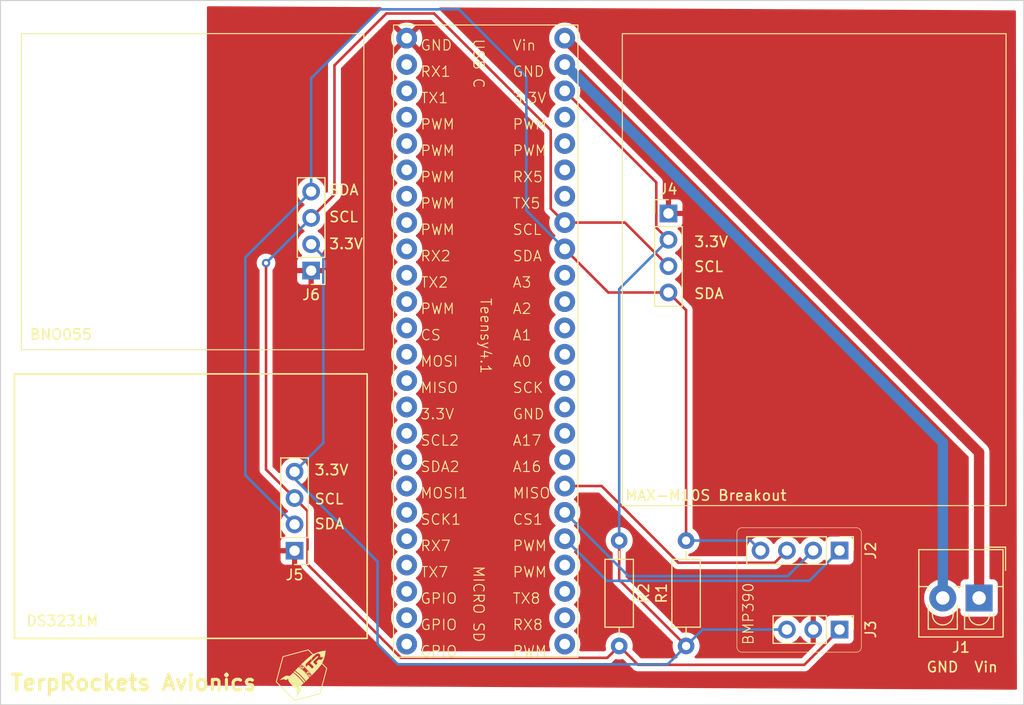
<source format=kicad_pcb>
(kicad_pcb (version 20221018) (generator pcbnew)
  (layers (0 "F.Cu" signal) (31 "B.Cu" signal) (34 "B.Paste" user) (35 "F.Paste" user) (36 "B.SilkS" user "B.Silkscreen") (37 "F.SilkS" user "F.Silkscreen") (38 "B.Mask" user) (39 "F.Mask" user) (44 "Edge.Cuts" user))
  (net 0 "")
  (net 1 "Net-(J1-Pin_1)")
  (net 2 "Net-(J1-Pin_2)")
  (net 3 "/BMP_INT")
  (net 4 "/BMP_CS")
  (net 5 "/BMP_I2C_ADDR")
  (net 6 "/SDA")
  (net 7 "/SCL")
  (net 8 "GND")
  (net 9 "/3.3V")
  (footprint "Connector_PinHeader_2.54mm:PinHeader_1x04_P2.54mm_Vertical" (layer "F.Cu") (at 116.95 113 180)
    (fp_text reference "J5" (at 0 -2.33) (layer "F.SilkS"))
    (fp_text value "Conn_01x04_Pin" hide)
    (pad "1" thru_hole rect (at 0 0 180) (size 1.7 1.7) (drill 1) (layers "*.Cu" "*.Mask") (net 8 "GND"))
    (pad "2" thru_hole oval (at 0 2.54 180) (size 1.7 1.7) (drill 1) (layers "*.Cu" "*.Mask") (net 6 "/SDA"))
    (pad "3" thru_hole oval (at 0 5.08 180) (size 1.7 1.7) (drill 1) (layers "*.Cu" "*.Mask") (net 7 "/SCL"))
    (pad "4" thru_hole oval (at 0 7.62 180) (size 1.7 1.7) (drill 1) (layers "*.Cu" "*.Mask") (net 9 "/3.3V"))
  )
  (footprint "Resistor_THT:R_Axial_DIN0207_L6.3mm_D2.5mm_P10.16mm_Horizontal" (layer "F.Cu") (at 148.25 112.02 -90)
    (fp_text reference "R2" (at 5.08 -2.37 90) (layer "F.SilkS"))
    (fp_text value "4.7kΩ")
    (pad "1" thru_hole circle (at 0 0 270) (size 1.6 1.6) (drill 0.8) (layers "*.Cu" "*.Mask") (net 9 "/3.3V"))
    (pad "2" thru_hole oval (at 10.16 0 270) (size 1.6 1.6) (drill 0.8) (layers "*.Cu" "*.Mask") (net 7 "/SCL"))
  )
  (footprint "Connector_PinHeader_2.54mm:PinHeader_1x04_P2.54mm_Vertical" (layer "F.Cu") (at 169.5 112.98 -90)
    (fp_text reference "J2" (at 0 -3 90) (layer "F.SilkS"))
    (fp_text value "Conn_01x04_Pin" hide)
    (pad "1" thru_hole rect (at 0 0 270) (size 1.7 1.7) (drill 1) (layers "*.Cu" "*.Mask") (net 3 "/BMP_INT"))
    (pad "2" thru_hole oval (at 0 2.54 270) (size 1.7 1.7) (drill 1) (layers "*.Cu" "*.Mask") (net 4 "/BMP_CS"))
    (pad "3" thru_hole oval (at 0 5.08 270) (size 1.7 1.7) (drill 1) (layers "*.Cu" "*.Mask") (net 5 "/BMP_I2C_ADDR"))
    (pad "4" thru_hole oval (at 0 7.62 270) (size 1.7 1.7) (drill 1) (layers "*.Cu" "*.Mask") (net 6 "/SDA"))
  )
  (footprint "Connector_PinHeader_2.54mm:PinHeader_1x04_P2.54mm_Vertical" (layer "F.Cu") (at 118.55 85.99 180)
    (fp_text reference "J6" (at 0 -2.33) (layer "F.SilkS"))
    (fp_text value "Conn_01x04_Pin" hide)
    (pad "1" thru_hole rect (at 0 0 180) (size 1.7 1.7) (drill 1) (layers "*.Cu" "*.Mask") (net 8 "GND"))
    (pad "2" thru_hole oval (at 0 2.54 180) (size 1.7 1.7) (drill 1) (layers "*.Cu" "*.Mask") (net 9 "/3.3V"))
    (pad "3" thru_hole oval (at 0 5.08 180) (size 1.7 1.7) (drill 1) (layers "*.Cu" "*.Mask") (net 7 "/SCL"))
    (pad "4" thru_hole oval (at 0 7.62 180) (size 1.7 1.7) (drill 1) (layers "*.Cu" "*.Mask") (net 6 "/SDA"))
  )
  (footprint "Connector_PinHeader_2.54mm:PinHeader_1x03_P2.54mm_Vertical" (layer "F.Cu") (at 169.5 120.6 -90)
    (fp_text reference "J3" (at -0.02 -3 90) (layer "F.SilkS"))
    (fp_text value "Conn_01x03_Pin" hide)
    (pad "1" thru_hole rect (at 0 0 270) (size 1.7 1.7) (drill 1) (layers "*.Cu" "*.Mask") (net 7 "/SCL"))
    (pad "2" thru_hole oval (at 0 2.54 270) (size 1.7 1.7) (drill 1) (layers "*.Cu" "*.Mask") (net 8 "GND"))
    (pad "3" thru_hole oval (at 0 5.08 270) (size 1.7 1.7) (drill 1) (layers "*.Cu" "*.Mask") (net 9 "/3.3V"))
  )
  (footprint "Connector_PinHeader_2.54mm:PinHeader_1x04_P2.54mm_Vertical" (layer "F.Cu") (at 153 80.48)
    (fp_text reference "J4" (at 0 -2.33) (layer "F.SilkS"))
    (fp_text value "Conn_01x04_Pin" hide)
    (pad "1" thru_hole rect (at 0 0) (size 1.7 1.7) (drill 1) (layers "*.Cu" "*.Mask") (net 8 "GND"))
    (pad "2" thru_hole oval (at 0 2.54) (size 1.7 1.7) (drill 1) (layers "*.Cu" "*.Mask") (net 9 "/3.3V"))
    (pad "3" thru_hole oval (at 0 5.08) (size 1.7 1.7) (drill 1) (layers "*.Cu" "*.Mask") (net 7 "/SCL"))
    (pad "4" thru_hole oval (at 0 7.62) (size 1.7 1.7) (drill 1) (layers "*.Cu" "*.Mask") (net 6 "/SDA"))
  )
  (footprint "Breakout Boards:Teensy_4.1" (layer "F.Cu") (at 135.38 92.79)
    (fp_text reference "Teensy4.1" (at 0 -0.5 -90 unlocked) (layer "F.SilkS") (effects (font (thickness 0.1))))
    (fp_text value "~")
    (fp_text user "3.3V" (at 2.54 -22.86 unlocked) (layer "F.SilkS") (effects (font (thickness 0.1)) (justify left bottom)))
    (fp_text user "MICRO SD" (at -1.27 21.59 -90 unlocked) (layer "F.SilkS") (effects (font (thickness 0.1)) (justify left bottom)))
    (fp_text user "GPIO" (at -6.35 30.48 unlocked) (layer "F.SilkS") (effects (font (thickness 0.1)) (justify left bottom)))
    (fp_text user "RX8" (at 2.54 27.94 unlocked) (layer "F.SilkS") (effects (font (thickness 0.1)) (justify left bottom)))
    (fp_text user "PWM" (at -6.35 -15.24 unlocked) (layer "F.SilkS") (effects (font (thickness 0.1)) (justify left bottom)))
    (fp_text user "GPIO" (at -6.35 25.4 unlocked) (layer "F.SilkS") (effects (font (thickness 0.1)) (justify left bottom)))
    (fp_text user "SCL2" (at -6.35 10.16 unlocked) (layer "F.SilkS") (effects (font (thickness 0.1)) (justify left bottom)))
    (fp_text user "SCL" (at 2.54 -10.16 unlocked) (layer "F.SilkS") (effects (font (thickness 0.1)) (justify left bottom)))
    (fp_text user "RX5" (at 2.54 -15.24 unlocked) (layer "F.SilkS") (effects (font (thickness 0.1)) (justify left bottom)))
    (fp_text user "TX7" (at -6.35 22.86 unlocked) (layer "F.SilkS") (effects (font (thickness 0.1)) (justify left bottom)))
    (fp_text user "SDA" (at 2.54 -7.62 unlocked) (layer "F.SilkS") (effects (font (thickness 0.1)) (justify left bottom)))
    (fp_text user "TX8" (at 2.54 25.4 unlocked) (layer "F.SilkS") (effects (font (thickness 0.1)) (justify left bottom)))
    (fp_text user "TX1" (at -6.35 -22.86 unlocked) (layer "F.SilkS") (effects (font (thickness 0.1)) (justify left bottom)))
    (fp_text user "PWM" (at -6.35 -20.32 unlocked) (layer "F.SilkS") (effects (font (thickness 0.1)) (justify left bottom)))
    (fp_text user "GND" (at 2.54 -25.4 unlocked) (layer "F.SilkS") (effects (font (thickness 0.1)) (justify left bottom)))
    (fp_text user "USB C" (at -1.27 -29.21 -90 unlocked) (layer "F.SilkS") (effects (font (thickness 0.1)) (justify left bottom)))
    (fp_text user "TX2" (at -6.35 -5.08 unlocked) (layer "F.SilkS") (effects (font (thickness 0.1)) (justify left bottom)))
    (fp_text user "SCK" (at 2.54 5.08 unlocked) (layer "F.SilkS") (effects (font (thickness 0.1)) (justify left bottom)))
    (fp_text user "MOSI" (at -6.35 2.54 unlocked) (layer "F.SilkS") (effects (font (thickness 0.1)) (justify left bottom)))
    (fp_text user "GND" (at -6.35 -27.94 unlocked) (layer "F.SilkS") (effects (font (thickness 0.1)) (justify left bottom)))
    (fp_text user "MISO" (at 2.54 15.24 unlocked) (layer "F.SilkS") (effects (font (thickness 0.1)) (justify left bottom)))
    (fp_text user "PWM" (at 2.54 22.86 unlocked) (layer "F.SilkS") (effects (font (thickness 0.1)) (justify left bottom)))
    (fp_text user "GPIO" (at -6.35 27.94 unlocked) (layer "F.SilkS") (effects (font (thickness 0.1)) (justify left bottom)))
    (fp_text user "CS" (at -6.35 0 unlocked) (layer "F.SilkS") (effects (font (thickness 0.1)) (justify left bottom)))
    (fp_text user "TX5" (at 2.54 -12.7 unlocked) (layer "F.SilkS") (effects (font (thickness 0.1)) (justify left bottom)))
    (fp_text user "A2" (at 2.54 -2.54 unlocked) (layer "F.SilkS") (effects (font (thickness 0.1)) (justify left bottom)))
    (fp_text user "PWM" (at 2.54 -20.32 unlocked) (layer "F.SilkS") (effects (font (thickness 0.1)) (justify left bottom)))
    (fp_text user "A16" (at 2.54 12.7 unlocked) (layer "F.SilkS") (effects (font (thickness 0.1)) (justify left bottom)))
    (fp_text user "3.3V" (at -6.35 7.62 unlocked) (layer "F.SilkS") (effects (font (thickness 0.1)) (justify left bottom)))
    (fp_text user "PWM" (at 2.54 -17.78 unlocked) (layer "F.SilkS") (effects (font (thickness 0.1)) (justify left bottom)))
    (fp_text user "A17" (at 2.54 10.16 unlocked) (layer "F.SilkS") (effects (font (thickness 0.1)) (justify left bottom)))
    (fp_text user "RX1" (at -6.35 -25.4 unlocked) (layer "F.SilkS") (effects (font (thickness 0.1)) (justify left bottom)))
    (fp_text user "PWM" (at -6.35 -17.78 unlocked) (layer "F.SilkS") (effects (font (thickness 0.1)) (justify left bottom)))
    (fp_text user "RX7" (at -6.35 20.32 unlocked) (layer "F.SilkS") (effects (font (thickness 0.1)) (justify left bottom)))
    (fp_text user "CS1" (at 2.54 17.78 unlocked) (layer "F.SilkS") (effects (font (thickness 0.1)) (justify left bottom)))
    (fp_text user "SDA2" (at -6.35 12.7 unlocked) (layer "F.SilkS") (effects (font (thickness 0.1)) (justify left bottom)))
    (fp_text user "A0" (at 2.54 2.54 unlocked) (layer "F.SilkS") (effects (font (thickness 0.1)) (justify left bottom)))
    (fp_text user "PWM" (at 2.54 20.32 unlocked) (layer "F.SilkS") (effects (font (thickness 0.1)) (justify left bottom)))
    (fp_text user "MOSI1" (at -6.35 15.24 unlocked) (layer "F.SilkS") (effects (font (thickness 0.1)) (justify left bottom)))
    (fp_text user "PWM" (at 2.54 30.48 unlocked) (layer "F.SilkS") (effects (font (thickness 0.1)) (justify left bottom)))
    (fp_text user "PWM" (at -6.35 -2.54 unlocked) (layer "F.SilkS") (effects (font (thickness 0.1)) (justify left bottom)))
    (fp_text user "RX2" (at -6.35 -7.62 unlocked) (layer "F.SilkS") (effects (font (thickness 0.1)) (justify left bottom)))
    (fp_text user "A3" (at 2.54 -5.08 unlocked) (layer "F.SilkS") (effects (font (thickness 0.1)) (justify left bottom)))
    (fp_text user "PWM" (at -6.35 -12.7 unlocked) (layer "F.SilkS") (effects (font (thickness 0.1)) (justify left bottom)))
    (fp_text user "A1" (at 2.54 0 unlocked) (layer "F.SilkS") (effects (font (thickness 0.1)) (justify left bottom)))
    (fp_text user "SCK1" (at -6.35 17.78 unlocked) (layer "F.SilkS") (effects (font (thickness 0.1)) (justify left bottom)))
    (fp_text user "MISO" (at -6.35 5.08 unlocked) (layer "F.SilkS") (effects (font (thickness 0.1)) (justify left bottom)))
    (fp_text user "Vin" (at 2.54 -27.94 unlocked) (layer "F.SilkS") (effects (font (thickness 0.1)) (justify left bottom)))
    (fp_text user "PWM" (at -6.35 -10.16 unlocked) (layer "F.SilkS") (effects (font (thickness 0.1)) (justify left bottom)))
    (fp_text user "GND" (at 2.54 7.62 unlocked) (layer "F.SilkS") (effects (font (thickness 0.1)) (justify left bottom)))
    (pad "0" thru_hole circle (at -7.62 -29.21) (size 2 2) (drill 1.02) (layers "*.Cu" "*.Mask") (net 8 "GND"))
    (pad "1" thru_hole circle (at -7.62 -26.67) (size 2 2) (drill 1.02) (layers "*.Cu" "*.Mask"))
    (pad "2" thru_hole circle (at -7.62 -24.13) (size 2 2) (drill 1.02) (layers "*.Cu" "*.Mask"))
    (pad "3" thru_hole circle (at -7.62 -21.59) (size 2 2) (drill 1.02) (layers "*.Cu" "*.Mask"))
    (pad "4" thru_hole circle (at -7.62 -19.05) (size 2 2) (drill 1.02) (layers "*.Cu" "*.Mask"))
    (pad "5" thru_hole circle (at -7.62 -16.51) (size 2 2) (drill 1.02) (layers "*.Cu" "*.Mask"))
    (pad "6" thru_hole circle (at -7.62 -13.97) (size 2 2) (drill 1.02) (layers "*.Cu" "*.Mask"))
    (pad "7" thru_hole circle (at -7.62 -11.43) (size 2 2) (drill 1.02) (layers "*.Cu" "*.Mask"))
    (pad "8" thru_hole circle (at -7.62 -8.89) (size 2 2) (drill 1.02) (layers "*.Cu" "*.Mask"))
    (pad "9" thru_hole circle (at -7.62 -6.35) (size 2 2) (drill 1.02) (layers "*.Cu" "*.Mask"))
    (pad "10" thru_hole circle (at -7.62 -3.81) (size 2 2) (drill 1.02) (layers "*.Cu" "*.Mask"))
    (pad "11" thru_hole circle (at -7.62 -1.27) (size 2 2) (drill 1.02) (layers "*.Cu" "*.Mask"))
    (pad "12" thru_hole circle (at -7.62 1.27) (size 2 2) (drill 1.02) (layers "*.Cu" "*.Mask"))
    (pad "13" thru_hole circle (at -7.62 3.81) (size 2 2) (drill 1.02) (layers "*.Cu" "*.Mask"))
    (pad "14" thru_hole circle (at -7.62 6.35) (size 2 2) (drill 1.02) (layers "*.Cu" "*.Mask"))
    (pad "15" thru_hole circle (at -7.62 8.89) (size 2 2) (drill 1.02) (layers "*.Cu" "*.Mask"))
    (pad "16" thru_hole circle (at -7.62 11.43) (size 2 2) (drill 1.02) (layers "*.Cu" "*.Mask"))
    (pad "17" thru_hole circle (at -7.62 13.97) (size 2 2) (drill 1.02) (layers "*.Cu" "*.Mask"))
    (pad "18" thru_hole circle (at -7.62 16.51) (size 2 2) (drill 1.02) (layers "*.Cu" "*.Mask"))
    (pad "19" thru_hole circle (at -7.62 19.05) (size 2 2) (drill 1.02) (layers "*.Cu" "*.Mask"))
    (pad "20" thru_hole circle (at -7.62 21.59) (size 2 2) (drill 1.02) (layers "*.Cu" "*.Mask"))
    (pad "21" thru_hole circle (at -7.62 24.13) (size 2 2) (drill 1.02) (layers "*.Cu" "*.Mask"))
    (pad "22" thru_hole circle (at -7.62 26.67) (size 2 2) (drill 1.02) (layers "*.Cu" "*.Mask"))
    (pad "23" thru_hole circle (at -7.62 29.21) (size 2 2) (drill 1.02) (layers "*.Cu" "*.Mask"))
    (pad "24" thru_hole circle (at 7.62 29.21) (size 2 2) (drill 1.02) (layers "*.Cu" "*.Mask"))
    (pad "25" thru_hole circle (at 7.62 26.67) (size 2 2) (drill 1.02) (layers "*.Cu" "*.Mask"))
    (pad "26" thru_hole circle (at 7.62 24.13) (size 2 2) (drill 1.02) (layers "*.Cu" "*.Mask"))
    (pad "27" thru_hole circle (at 7.62 21.59) (size 2 2) (drill 1.02) (layers "*.Cu" "*.Mask"))
    (pad "28" thru_hole circle (at 7.62 19.05) (size 2 2) (drill 1.02) (layers "*.Cu" "*.Mask") (net 3 "/BMP_INT"))
    (pad "29" thru_hole circle (at 7.62 16.51) (size 2 2) (drill 1.02) (layers "*.Cu" "*.Mask") (net 4 "/BMP_CS"))
    (pad "30" thru_hole circle (at 7.62 13.97) (size 2 2) (drill 1.02) (layers "*.Cu" "*.Mask") (net 5 "/BMP_I2C_ADDR"))
    (pad "31" thru_hole circle (at 7.62 11.43) (size 2 2) (drill 1.02) (layers "*.Cu" "*.Mask"))
    (pad "32" thru_hole circle (at 7.62 8.89) (size 2 2) (drill 1.02) (layers "*.Cu" "*.Mask"))
    (pad "33" thru_hole circle (at 7.62 6.35) (size 2 2) (drill 1.02) (layers "*.Cu" "*.Mask"))
    (pad "34" thru_hole circle (at 7.62 3.81) (size 2 2) (drill 1.02) (layers "*.Cu" "*.Mask"))
    (pad "35" thru_hole circle (at 7.62 1.27) (size 2 2) (drill 1.02) (layers "*.Cu" "*.Mask"))
    (pad "36" thru_hole circle (at 7.62 -1.27) (size 2 2) (drill 1.02) (layers "*.Cu" "*.Mask"))
    (pad "37" thru_hole circle (at 7.62 -3.81) (size 2 2) (drill 1.02) (layers "*.Cu" "*.Mask"))
    (pad "38" thru_hole circle (at 7.62 -6.35) (size 2 2) (drill 1.02) (layers "*.Cu" "*.Mask"))
    (pad "39" thru_hole circle (at 7.62 -8.89) (size 2 2) (drill 1.02) (layers "*.Cu" "*.Mask") (net 6 "/SDA"))
    (pad "40" thru_hole circle (at 7.62 -11.43) (size 2 2) (drill 1.02) (layers "*.Cu" "*.Mask") (net 7 "/SCL"))
    (pad "41" thru_hole circle (at 7.62 -13.97) (size 2 2) (drill 1.02) (layers "*.Cu" "*.Mask"))
    (pad "42" thru_hole circle (at 7.62 -16.51) (size 2 2) (drill 1.02) (layers "*.Cu" "*.Mask"))
    (pad "43" thru_hole circle (at 7.62 -19.05) (size 2 2) (drill 1.02) (layers "*.Cu" "*.Mask"))
    (pad "44" thru_hole circle (at 7.62 -21.59) (size 2 2) (drill 1.02) (layers "*.Cu" "*.Mask"))
    (pad "45" thru_hole circle (at 7.62 -24.13) (size 2 2) (drill 1.02) (layers "*.Cu" "*.Mask") (net 9 "/3.3V"))
    (pad "46" thru_hole circle (at 7.62 -26.67) (size 2 2) (drill 1.02) (layers "*.Cu" "*.Mask") (net 2 "Net-(J1-Pin_2)"))
    (pad "47" thru_hole circle (at 7.62 -29.21) (size 2 2) (drill 1.02) (layers "*.Cu" "*.Mask") (net 1 "Net-(J1-Pin_1)"))
  )
  (footprint "LOGO" (layer "F.Cu") (at 117.6 125)
    (fp_text reference "G***" hide)
    (fp_text value "LOGO" hide)
  )
  (footprint "TerminalBlock_4Ucon:TerminalBlock_4Ucon_1x02_P3.50mm_Vertical" (layer "F.Cu") (at 182.95 117.555 180)
    (fp_text reference "J1" (at 1.75 -4.76) (layer "F.SilkS"))
    (fp_text value "Screw_Terminal_01x02" hide)
    (pad "1" thru_hole rect (at 0 0 180) (size 2.6 2.6) (drill 1.3) (layers "*.Cu" "*.Mask") (net 1 "Net-(J1-Pin_1)"))
    (pad "2" thru_hole circle (at 3.5 0 180) (size 2.6 2.6) (drill 1.3) (layers "*.Cu" "*.Mask") (net 2 "Net-(J1-Pin_2)"))
  )
  (footprint "Resistor_THT:R_Axial_DIN0207_L6.3mm_D2.5mm_P10.16mm_Horizontal" (layer "F.Cu") (at 154.7 122.18 90)
    (fp_text reference "R1" (at 5.08 -2.37 90) (layer "F.SilkS"))
    (fp_text value "4.7kΩ")
    (pad "1" thru_hole circle (at 0 0 90) (size 1.6 1.6) (drill 0.8) (layers "*.Cu" "*.Mask") (net 9 "/3.3V"))
    (pad "2" thru_hole oval (at 10.16 0 90) (size 1.6 1.6) (drill 0.8) (layers "*.Cu" "*.Mask") (net 6 "/SDA"))
  )
  (gr_line (start 160.1 122.78) (end 171.1 122.78) (stroke (width 0.05)) (layer "F.SilkS"))
  (gr_arc (start 171.6 122.28) (mid 171.453553 122.633553) (end 171.1 122.78) (stroke (width 0.05)) (layer "F.SilkS"))
  (gr_rect (start 89.95 95.95) (end 123.95 121.45) (stroke (width 0.15)) (fill none) (layer "F.SilkS"))
  (gr_arc (start 160.1 122.78) (mid 159.746447 122.633553) (end 159.6 122.28) (stroke (width 0.05)) (layer "F.SilkS"))
  (gr_rect (start 148.55 63.15) (end 185.55 108.65) (stroke (width 0.1)) (fill none) (layer "F.SilkS"))
  (gr_arc (start 171.1 110.78) (mid 171.453553 110.926447) (end 171.6 111.28) (stroke (width 0.05)) (layer "F.SilkS"))
  (gr_line (start 159.6 111.28) (end 159.6 122.28) (stroke (width 0.05)) (layer "F.SilkS"))
  (gr_rect (start 90.61 63.14) (end 123.63 93.62) (stroke (width 0.1)) (fill none) (layer "F.SilkS"))
  (gr_line (start 171.1 110.78) (end 160.1 110.78) (stroke (width 0.05)) (layer "F.SilkS"))
  (gr_line (start 171.6 122.28) (end 171.6 111.28) (stroke (width 0.05)) (layer "F.SilkS"))
  (gr_arc (start 159.6 111.28) (mid 159.746447 110.926447) (end 160.1 110.78) (stroke (width 0.05)) (layer "F.SilkS"))
  (gr_rect (start 88.6 59.95) (end 187.25 127.85) (stroke (width 0.1)) (fill none) (layer "Edge.Cuts"))
  (gr_text "SCL\n" (at 118.8 108.6) (layer "F.SilkS") (effects (font (size 1 1)) (justify left bottom)))
  (gr_text "BNO055\n" (at 91.35 92.74) (layer "F.SilkS") (effects (font (size 1 1)) (justify left bottom)))
  (gr_text "DS3231M\n" (at 91 120.35) (layer "F.SilkS") (effects (font (size 1 1)) (justify left bottom)))
  (gr_text "3.3V\n" (at 120.2 84) (layer "F.SilkS") (effects (font (size 1 1)) (justify left bottom)))
  (gr_text "TerpRockets Avionics" (at 89.4 126.6) (layer "F.SilkS") (effects (font (size 1.5 1.5) (thickness 0.3) bold) (justify left bottom)))
  (gr_text "3.3V\n" (at 118.8 105.8) (layer "F.SilkS") (effects (font (size 1 1)) (justify left bottom)))
  (gr_text "MAX-M10S Breakout\n" (at 148.75 108.25) (layer "F.SilkS") (effects (font (size 1 1)) (justify left bottom)))
  (gr_text "Vin" (at 182.4 124.8) (layer "F.SilkS") (effects (font (size 1 1)) (justify left bottom)))
  (gr_text "GND\n" (at 177.8 124.8) (layer "F.SilkS") (effects (font (size 1 1)) (justify left bottom)))
  (gr_text "BMP390" (at 160.7 119.08 90) (layer "F.SilkS") (effects (font (size 1 1) (thickness 0.1))))
  (gr_text "SCL\n" (at 155.4 86.2) (layer "F.SilkS") (effects (font (size 1 1)) (justify left bottom)))
  (gr_text "3.3V\n" (at 155.4 83.8) (layer "F.SilkS") (effects (font (size 1 1)) (justify left bottom)))
  (gr_text "SDA\n" (at 118.8 111) (layer "F.SilkS") (effects (font (size 1 1)) (justify left bottom)))
  (gr_text "SDA\n" (at 120.2 78.8) (layer "F.SilkS") (effects (font (size 1 1)) (justify left bottom)))
  (gr_text "SDA\n" (at 155.4 88.8) (layer "F.SilkS") (effects (font (size 1 1)) (justify left bottom)))
  (gr_text "SCL\n" (at 120.2 81.4) (layer "F.SilkS") (effects (font (size 1 1)) (justify left bottom)))
  (segment (start 182.95 117.555) (end 182.95 103.53) (width 1) (layer "F.Cu") (net 1))
  (segment (start 182.95 103.53) (end 143 63.58) (width 1) (layer "F.Cu") (net 1))
  (segment (start 179.45 102.57) (end 143 66.12) (width 1) (layer "B.Cu") (net 2))
  (segment (start 179.45 117.555) (end 179.45 102.57) (width 1) (layer "B.Cu") (net 2))
  (segment (start 169.5 112.98) (end 166.58 115.9) (width 0.25) (layer "B.Cu") (net 3))
  (segment (start 147.06 115.9) (end 143 111.84) (width 0.25) (layer "B.Cu") (net 3))
  (segment (start 166.58 115.9) (end 147.06 115.9) (width 0.25) (layer "B.Cu") (net 3))
  (segment (start 164.49 115.45) (end 149.15 115.45) (width 0.25) (layer "B.Cu") (net 4))
  (segment (start 166.96 112.98) (end 164.49 115.45) (width 0.25) (layer "B.Cu") (net 4))
  (segment (start 149.15 115.45) (end 143 109.3) (width 0.25) (layer "B.Cu") (net 4))
  (segment (start 146.56 106.76) (end 143 106.76) (width 0.25) (layer "F.Cu") (net 5))
  (segment (start 163.245 114.155) (end 153.955 114.155) (width 0.25) (layer "F.Cu") (net 5))
  (segment (start 153.955 114.155) (end 146.56 106.76) (width 0.25) (layer "F.Cu") (net 5))
  (segment (start 164.42 112.98) (end 163.245 114.155) (width 0.25) (layer "F.Cu") (net 5))
  (segment (start 154.7 112.02) (end 154.7 89.8) (width 0.25) (layer "F.Cu") (net 6))
  (segment (start 153 88.1) (end 147.2 88.1) (width 0.25) (layer "F.Cu") (net 6))
  (segment (start 154.7 89.8) (end 153 88.1) (width 0.25) (layer "F.Cu") (net 6))
  (segment (start 147.2 88.1) (end 143 83.9) (width 0.25) (layer "F.Cu") (net 6))
  (segment (start 160.92 112.02) (end 161.88 112.98) (width 0.25) (layer "B.Cu") (net 6))
  (segment (start 112.2 84.72) (end 112.2 105.71) (width 0.25) (layer "B.Cu") (net 6))
  (segment (start 154.7 112.02) (end 160.92 112.02) (width 0.25) (layer "B.Cu") (net 6))
  (segment (start 112.2 105.71) (end 116.95 110.46) (width 0.25) (layer "B.Cu") (net 6))
  (segment (start 125.2 60.8) (end 132.8 60.8) (width 0.25) (layer "B.Cu") (net 6))
  (segment (start 139.3 80.2) (end 143 83.9) (width 0.25) (layer "B.Cu") (net 6))
  (segment (start 118.55 67.45) (end 125.2 60.8) (width 0.25) (layer "B.Cu") (net 6))
  (segment (start 139.3 67.3) (end 139.3 80.2) (width 0.25) (layer "B.Cu") (net 6))
  (segment (start 132.8 60.8) (end 139.3 67.3) (width 0.25) (layer "B.Cu") (net 6))
  (segment (start 118.55 78.37) (end 118.55 67.45) (width 0.25) (layer "B.Cu") (net 6))
  (segment (start 118.55 78.37) (end 112.2 84.72) (width 0.25) (layer "B.Cu") (net 6))
  (segment (start 148.25 122.18) (end 150.07 124) (width 0.25) (layer "F.Cu") (net 7))
  (segment (start 120.8 66.2) (end 125.8 61.2) (width 0.25) (layer "F.Cu") (net 7))
  (segment (start 127.211167 123.325) (end 118.2 114.313833) (width 0.25) (layer "F.Cu") (net 7))
  (segment (start 141.65 80.01) (end 143 81.36) (width 0.25) (layer "F.Cu") (net 7))
  (segment (start 148.8 81.36) (end 153 85.56) (width 0.25) (layer "F.Cu") (net 7))
  (segment (start 118.55 80.91) (end 118.55 80.9) (width 0.25) (layer "F.Cu") (net 7))
  (segment (start 118.2 114.313833) (end 118.2 109.17) (width 0.25) (layer "F.Cu") (net 7))
  (segment (start 125.8 61.2) (end 130.4 61.2) (width 0.25) (layer "F.Cu") (net 7))
  (segment (start 147.105 123.325) (end 127.211167 123.325) (width 0.25) (layer "F.Cu") (net 7))
  (segment (start 166.1 124) (end 169.5 120.6) (width 0.25) (layer "F.Cu") (net 7))
  (segment (start 120.8 78.65) (end 120.8 66.2) (width 0.25) (layer "F.Cu") (net 7))
  (segment (start 143 81.36) (end 148.8 81.36) (width 0.25) (layer "F.Cu") (net 7))
  (segment (start 150.07 124) (end 166.1 124) (width 0.25) (layer "F.Cu") (net 7))
  (segment (start 118.55 80.9) (end 120.8 78.65) (width 0.25) (layer "F.Cu") (net 7))
  (segment (start 118.2 109.17) (end 116.95 107.92) (width 0.25) (layer "F.Cu") (net 7))
  (segment (start 130.4 61.2) (end 141.65 72.45) (width 0.25) (layer "F.Cu") (net 7))
  (segment (start 116.95 107.92) (end 114.2 105.17) (width 0.25) (layer "F.Cu") (net 7))
  (segment (start 141.65 72.45) (end 141.65 80.01) (width 0.25) (layer "F.Cu") (net 7))
  (segment (start 114.2 105.17) (end 114.2 85.26) (width 0.25) (layer "F.Cu") (net 7))
  (segment (start 148.25 122.18) (end 147.105 123.325) (width 0.25) (layer "F.Cu") (net 7))
  (via (at 114.2 85.26) (size 0.8) (drill 0.4) (layers "F.Cu" "B.Cu") (net 7))
  (segment (start 118.55 80.91) (end 114.2 85.26) (width 0.25) (layer "B.Cu") (net 7))
  (segment (start 151.825 77.485) (end 143 68.66) (width 0.25) (layer "F.Cu") (net 9))
  (segment (start 154.7 122.18) (end 149.72 117.2) (width 0.25) (layer "F.Cu") (net 9))
  (segment (start 149.72 117.2) (end 149.65 117.2) (width 0.25) (layer "F.Cu") (net 9))
  (segment (start 148.25 115.8) (end 148.25 112.02) (width 0.25) (layer "F.Cu") (net 9))
  (segment (start 149.65 117.2) (end 148.25 115.8) (width 0.25) (layer "F.Cu") (net 9))
  (segment (start 153 83.02) (end 151.825 81.845) (width 0.25) (layer "F.Cu") (net 9))
  (segment (start 151.825 81.845) (end 151.825 77.485) (width 0.25) (layer "F.Cu") (net 9))
  (segment (start 119.725 84.625) (end 119.725 102.605) (width 0.25) (layer "B.Cu") (net 9))
  (segment (start 126.9 123.95) (end 152.93 123.95) (width 0.25) (layer "B.Cu") (net 9))
  (segment (start 119.725 102.605) (end 116.95 105.38) (width 0.25) (layer "B.Cu") (net 9))
  (segment (start 118.55 83.45) (end 119.725 84.625) (width 0.25) (layer "B.Cu") (net 9))
  (segment (start 152.93 123.95) (end 154.7 122.18) (width 0.25) (layer "B.Cu") (net 9))
  (segment (start 148.25 87.77) (end 148.25 112.02) (width 0.25) (layer "B.Cu") (net 9))
  (segment (start 116.95 105.38) (end 116.95 106.05) (width 0.25) (layer "B.Cu") (net 9))
  (segment (start 124.95 122) (end 126.9 123.95) (width 0.25) (layer "B.Cu") (net 9))
  (segment (start 116.95 106.05) (end 124.95 114.05) (width 0.25) (layer "B.Cu") (net 9))
  (segment (start 124.95 114.05) (end 124.95 122) (width 0.25) (layer "B.Cu") (net 9))
  (segment (start 153 83.02) (end 148.25 87.77) (width 0.25) (layer "B.Cu") (net 9))
  (segment (start 156.28 120.6) (end 154.7 122.18) (width 0.25) (layer "B.Cu") (net 9))
  (segment (start 164.42 120.6) (end 156.28 120.6) (width 0.25) (layer "B.Cu") (net 9))
  (zone (net 8) (net_name "GND") (layer "F.Cu") (connect_pads (clearance 0.5)) (min_thickness 0.25) (fill yes (thermal_gap 0.5) (thermal_bridge_width 0.5))
    (polygon (pts (xy 108.5 60.5) (xy 108.5 126) (xy 186.6 126.4) (xy 186.5 60.9)))
  )
)
</source>
